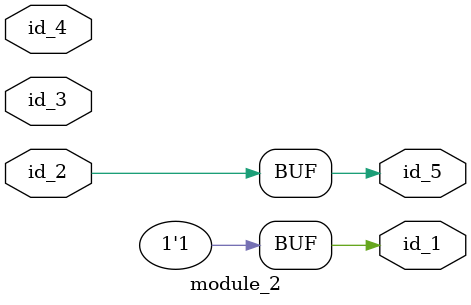
<source format=v>
module module_0 ();
  wire id_1 = (1 + 1'd0), id_2;
  module_2 modCall_1 (
      id_2,
      id_1,
      id_1,
      id_2,
      id_2
  );
endmodule
module module_1 (
    id_1,
    id_2,
    id_3
);
  output wire id_3;
  input wire id_2;
  inout wire id_1;
  wire id_4, id_5;
  module_0 modCall_1 ();
  assign modCall_1.type_3 = 0;
endmodule
module module_2 (
    id_1,
    id_2,
    id_3,
    id_4,
    id_5
);
  output wire id_5;
  inout wire id_4;
  input wire id_3;
  inout wire id_2;
  output wire id_1;
  assign id_5 = id_2;
  wire id_6, id_7, id_8, id_9, id_10, id_11;
  assign id_1 = 1;
  wire id_12;
endmodule

</source>
